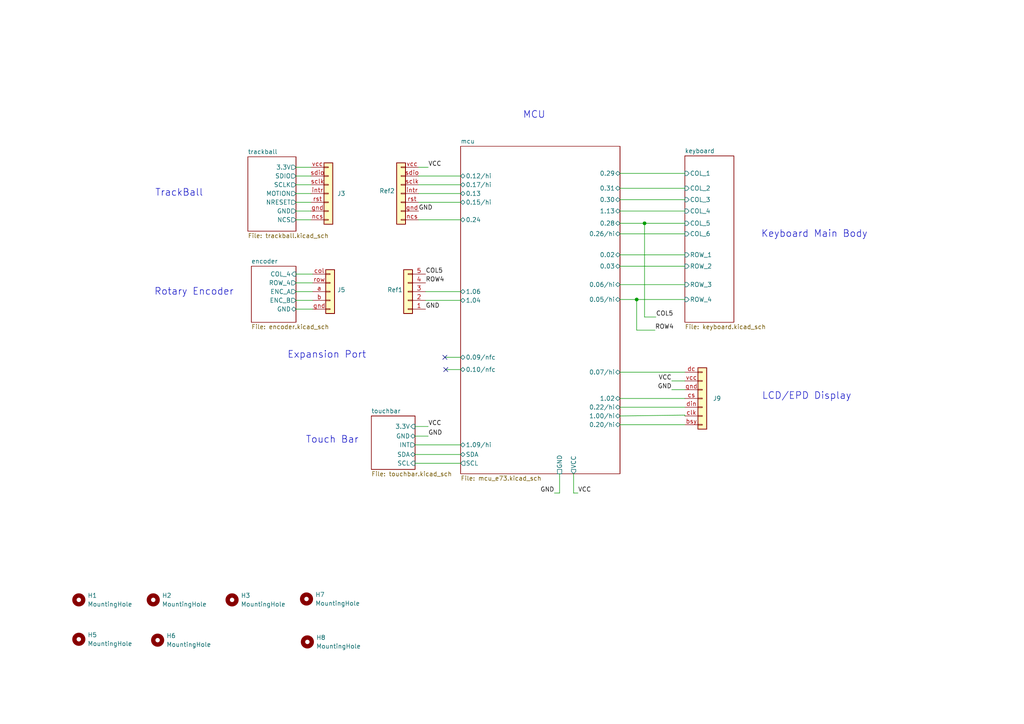
<source format=kicad_sch>
(kicad_sch (version 20211123) (generator eeschema)
  (paper "A4")
  (lib_symbols
    (symbol "Conn_01x05_1" (pin_names (offset 1.016) hide)
      (property "Reference" "J5" (at -1.016 3.302 0))
      (symbol "Conn_01x05_1_1_1"
        (rectangle (start -1.27 -4.953) (end 0 -5.207) (stroke (width 0.1524)))
        (rectangle (start -1.27 -2.413) (end 0 -2.667) (stroke (width 0.1524)))
        (rectangle (start -1.27 0.127) (end 0 -0.127) (stroke (width 0.1524)))
        (rectangle (start -1.27 2.667) (end 0 2.413) (stroke (width 0.1524)))
        (rectangle (start -1.27 5.207) (end 0 4.953) (stroke (width 0.1524)))
        (rectangle (start -1.27 6.35) (end 1.27 -6.35) (stroke (width 0.254)) (fill (type background)))
        (pin passive line (at -5.08 0 0) (length 3.81) (name "a") (number "a"))
        (pin passive line (at -5.08 -2.54 0) (length 3.81) (name "b") (number "b"))
        (pin passive line (at -5.08 5.08 0) (length 3.81) (name "col") (number "col"))
        (pin passive line (at -5.08 -5.08 0) (length 3.81) (name "gnd") (number "gnd"))
        (pin passive line (at -5.08 2.54 0) (length 3.81) (name "row") (number "row"))
      )
    )
    (symbol "Conn_01x07_1" (pin_names (offset 1.016) hide)
      (property "Reference" "J3" (at 2.54 1.2701 0))
      (property "Value" "Conn_01x07" (at 2.54 -1.2699 0))
      (symbol "Conn_01x07_1_1_1"
        (rectangle (start -1.27 -7.493) (end 0 -7.747) (stroke (width 0.1524)))
        (rectangle (start -1.27 -4.953) (end 0 -5.207) (stroke (width 0.1524)))
        (rectangle (start -1.27 -2.413) (end 0 -2.667) (stroke (width 0.1524)))
        (rectangle (start -1.27 0.127) (end 0 -0.127) (stroke (width 0.1524)))
        (rectangle (start -1.27 2.667) (end 0 2.413) (stroke (width 0.1524)))
        (rectangle (start -1.27 5.207) (end 0 4.953) (stroke (width 0.1524)))
        (rectangle (start -1.27 7.747) (end 0 7.493) (stroke (width 0.1524)))
        (rectangle (start -1.27 8.89) (end 1.27 -8.89) (stroke (width 0.254)) (fill (type background)))
        (pin passive line (at -5.08 -5.08 0) (length 3.81) (name "gnd") (number "gnd"))
        (pin passive line (at -5.08 0 0) (length 3.81) (name "motion") (number "intr"))
        (pin passive line (at -5.08 -7.62 0) (length 3.81) (name "ncs") (number "ncs"))
        (pin passive line (at -5.08 -2.54 0) (length 3.81) (name "rst") (number "rst"))
        (pin passive line (at -5.08 2.54 0) (length 3.81) (name "sclk") (number "sclk"))
        (pin passive line (at -5.08 5.08 0) (length 3.81) (name "sdio") (number "sdio"))
        (pin passive line (at -5.08 7.62 0) (length 3.81) (name "vcc") (number "vcc"))
      )
    )
    (symbol "Conn_01x07_2" (pin_names (offset 1.016) hide)
      (property "Reference" "Ref2" (at -2.54 13.97 0))
      (symbol "Conn_01x07_2_1_1"
        (rectangle (start -1.27 -7.493) (end 0 -7.747) (stroke (width 0.1524)))
        (rectangle (start -1.27 -4.953) (end 0 -5.207) (stroke (width 0.1524)))
        (rectangle (start -1.27 -2.413) (end 0 -2.667) (stroke (width 0.1524)))
        (rectangle (start -1.27 0.127) (end 0 -0.127) (stroke (width 0.1524)))
        (rectangle (start -1.27 2.667) (end 0 2.413) (stroke (width 0.1524)))
        (rectangle (start -1.27 5.207) (end 0 4.953) (stroke (width 0.1524)))
        (rectangle (start -1.27 7.747) (end 0 7.493) (stroke (width 0.1524)))
        (rectangle (start -1.27 8.89) (end 1.27 -8.89) (stroke (width 0.254)) (fill (type background)))
        (pin passive line (at -5.08 5.08 0) (length 3.81) (name "gnd") (number "gnd"))
        (pin passive line (at -5.08 0 0) (length 3.81) (name "motion") (number "intr"))
        (pin passive line (at -5.08 7.62 0) (length 3.81) (name "ncs") (number "ncs"))
        (pin passive line (at -5.08 2.54 0) (length 3.81) (name "rst") (number "rst"))
        (pin passive line (at -5.08 -2.54 0) (length 3.81) (name "sclk") (number "sclk"))
        (pin passive line (at -5.08 -5.08 0) (length 3.81) (name "sdio") (number "sdio"))
        (pin passive line (at -5.08 -7.62 0) (length 3.81) (name "vcc") (number "vcc"))
      )
    )
    (symbol "Connector_Generic:Conn_01x05" (pin_names (offset 1.016) hide)
      (property "Reference" "J" (at 0 7.62 0))
      (property "Value" "Conn_01x05" (at 0 -7.62 0))
      (symbol "Conn_01x05_1_1"
        (rectangle (start -1.27 -4.953) (end 0 -5.207) (stroke (width 0.1524)))
        (rectangle (start -1.27 -2.413) (end 0 -2.667) (stroke (width 0.1524)))
        (rectangle (start -1.27 0.127) (end 0 -0.127) (stroke (width 0.1524)))
        (rectangle (start -1.27 2.667) (end 0 2.413) (stroke (width 0.1524)))
        (rectangle (start -1.27 5.207) (end 0 4.953) (stroke (width 0.1524)))
        (rectangle (start -1.27 6.35) (end 1.27 -6.35) (stroke (width 0.254)) (fill (type background)))
        (pin passive line (at -5.08 5.08 0) (length 3.81) (name "Pin_1") (number "1"))
        (pin passive line (at -5.08 2.54 0) (length 3.81) (name "Pin_2") (number "2"))
        (pin passive line (at -5.08 0 0) (length 3.81) (name "Pin_3") (number "3"))
        (pin passive line (at -5.08 -2.54 0) (length 3.81) (name "Pin_4") (number "4"))
        (pin passive line (at -5.08 -5.08 0) (length 3.81) (name "Pin_5") (number "5"))
      )
    )
    (symbol "Mechanical:MountingHole" (pin_names (offset 1.016))
      (property "Reference" "H" (at 0 5.08 0))
      (property "Value" "MountingHole" (at 0 3.175 0))
      (symbol "MountingHole_0_1"
        (circle (center 0 0) (radius 1.27) (stroke (width 1.27)))
      )
    )
    (symbol "mysymbol:Conn_LCD" (pin_names (offset 1.016) hide)
      (property "Reference" "J" (at 0 10.16 0))
      (property "Value" "Conn_LCD" (at 0 -10.16 0))
      (symbol "Conn_LCD_1_1"
        (rectangle (start -1.27 -7.493) (end 0 -7.747) (stroke (width 0.1524)))
        (rectangle (start -1.27 -4.953) (end 0 -5.207) (stroke (width 0.1524)))
        (rectangle (start -1.27 -2.413) (end 0 -2.667) (stroke (width 0.1524)))
        (rectangle (start -1.27 0.127) (end 0 -0.127) (stroke (width 0.1524)))
        (rectangle (start -1.27 2.667) (end 0 2.413) (stroke (width 0.1524)))
        (rectangle (start -1.27 5.207) (end 0 4.953) (stroke (width 0.1524)))
        (rectangle (start -1.27 7.747) (end 0 7.493) (stroke (width 0.1524)))
        (rectangle (start -1.27 8.89) (end 1.27 -8.89) (stroke (width 0.254)) (fill (type background)))
        (pin passive line (at -5.08 -7.62 0) (length 3.81) (name "bsy") (number "bsy"))
        (pin passive line (at -5.08 -5.08 0) (length 3.81) (name "clk") (number "clk"))
        (pin passive line (at -5.08 0 0) (length 3.81) (name "cs") (number "cs"))
        (pin passive line (at -5.08 7.62 0) (length 3.81) (name "dc") (number "dc"))
        (pin passive line (at -5.08 -2.54 0) (length 3.81) (name "din") (number "din"))
        (pin passive line (at -5.08 2.54 0) (length 3.81) (name "gnd") (number "gnd"))
        (pin passive line (at -5.08 5.08 0) (length 3.81) (name "vcc") (number "vcc"))
      )
    )
  )
  (junction (at 184.658 86.868))
  (junction (at 186.944 64.77))
  (no_connect (at 129.032 103.632))
  (no_connect (at 129.286 107.188))
  (wire (pts (xy 194.818 113.03) (xy 198.628 113.03)))
  (wire (pts (xy 85.852 82.042) (xy 90.678 82.042)))
  (wire (pts (xy 194.818 110.49) (xy 198.628 110.49)))
  (wire (pts (xy 179.832 115.57) (xy 198.628 115.57)))
  (wire (pts (xy 179.832 64.77) (xy 186.944 64.77)))
  (wire (pts (xy 179.832 82.55) (xy 198.628 82.55)))
  (wire (pts (xy 179.832 50.292) (xy 198.628 50.292)))
  (wire (pts (xy 120.396 131.826) (xy 133.604 131.826)))
  (wire (pts (xy 121.412 53.594) (xy 133.604 53.594)))
  (wire (pts (xy 198.628 120.396) (xy 198.628 120.65)))
  (wire (pts (xy 85.852 56.134) (xy 90.17 56.134)))
  (wire (pts (xy 120.396 129.032) (xy 133.604 129.032)))
  (wire (pts (xy 179.832 120.65) (xy 198.628 120.396)))
  (wire (pts (xy 121.412 48.514) (xy 124.206 48.514)))
  (wire (pts (xy 85.852 84.582) (xy 90.678 84.582)))
  (wire (pts (xy 85.852 79.502) (xy 90.678 79.502)))
  (wire (pts (xy 85.852 89.662) (xy 90.678 89.662)))
  (wire (pts (xy 162.306 143.002) (xy 160.782 143.002)))
  (wire (pts (xy 179.832 123.19) (xy 198.628 123.19)))
  (wire (pts (xy 120.396 126.492) (xy 124.206 126.492)))
  (wire (pts (xy 162.306 137.414) (xy 162.306 143.002)))
  (wire (pts (xy 120.396 134.366) (xy 133.604 134.366)))
  (wire (pts (xy 189.992 95.758) (xy 184.658 95.758)))
  (wire (pts (xy 121.412 56.134) (xy 133.604 56.134)))
  (wire (pts (xy 198.628 118.11) (xy 179.832 118.11)))
  (wire (pts (xy 166.37 143.002) (xy 167.64 143.002)))
  (wire (pts (xy 85.852 58.674) (xy 90.17 58.674)))
  (wire (pts (xy 85.852 61.214) (xy 90.17 61.214)))
  (wire (pts (xy 184.658 95.758) (xy 184.658 86.868)))
  (wire (pts (xy 85.852 48.514) (xy 90.17 48.514)))
  (wire (pts (xy 85.852 63.754) (xy 90.17 63.754)))
  (wire (pts (xy 186.944 91.948) (xy 186.944 64.77)))
  (wire (pts (xy 121.412 51.054) (xy 133.604 51.054)))
  (wire (pts (xy 179.832 107.95) (xy 198.628 107.95)))
  (wire (pts (xy 179.832 57.912) (xy 198.628 57.912)))
  (wire (pts (xy 123.444 87.122) (xy 133.604 87.122)))
  (wire (pts (xy 129.286 107.188) (xy 133.604 107.188)))
  (wire (pts (xy 179.832 54.61) (xy 198.628 54.61)))
  (wire (pts (xy 123.444 84.582) (xy 133.604 84.582)))
  (wire (pts (xy 121.412 58.674) (xy 133.604 58.674)))
  (wire (pts (xy 186.944 64.77) (xy 198.628 64.77)))
  (wire (pts (xy 85.852 53.594) (xy 90.17 53.594)))
  (wire (pts (xy 179.832 77.216) (xy 198.628 77.216)))
  (wire (pts (xy 179.832 67.818) (xy 198.628 67.818)))
  (wire (pts (xy 184.658 86.868) (xy 198.628 86.868)))
  (wire (pts (xy 129.032 103.632) (xy 133.604 103.632)))
  (wire (pts (xy 120.396 123.698) (xy 124.206 123.698)))
  (wire (pts (xy 179.832 61.214) (xy 198.628 61.214)))
  (wire (pts (xy 179.832 86.868) (xy 184.658 86.868)))
  (wire (pts (xy 190.246 91.948) (xy 186.944 91.948)))
  (wire (pts (xy 85.852 87.122) (xy 90.678 87.122)))
  (wire (pts (xy 121.412 63.754) (xy 133.604 63.754)))
  (wire (pts (xy 179.832 73.914) (xy 198.628 73.914)))
  (wire (pts (xy 166.37 137.414) (xy 166.37 143.002)))
  (wire (pts (xy 85.852 51.054) (xy 90.17 51.054)))
  (text "Touch Bar" (at 88.646 128.778 0) (effects (font (size 2 2)) (justify left bottom)))
  (text "Rotary Encoder" (at 44.704 85.852 0) (effects (font (size 2 2)) (justify left bottom)))
  (text "LCD/EPD Display" (at 220.98 116.078 0) (effects (font (size 2 2)) (justify left bottom)))
  (text "Keyboard Main Body" (at 220.726 69.088 0) (effects (font (size 2 2)) (justify left bottom)))
  (text "Expansion Port" (at 83.312 104.14 0) (effects (font (size 2 2)) (justify left bottom)))
  (text "TrackBall" (at 44.958 57.15 0) (effects (font (size 2 2)) (justify left bottom)))
  (text "MCU" (at 151.638 34.544 0) (effects (font (size 2 2)) (justify left bottom)))
  (label "VCC" (at 167.64 143.002 0))
  (label "GND" (at 194.818 113.03 180))
  (label "VCC" (at 124.206 123.698 0))
  (label "GND" (at 123.444 89.662 0))
  (label "ROW4" (at 189.992 95.758 0))
  (label "ROW4" (at 123.444 82.042 0))
  (label "GND" (at 160.782 143.002 180))
  (label "GND" (at 121.412 61.214 0))
  (label "GND" (at 124.206 126.492 0))
  (label "VCC" (at 124.206 48.514 0))
  (label "COL5" (at 123.444 79.502 0))
  (label "COL5" (at 190.246 91.948 0))
  (label "VCC" (at 194.818 110.49 180))
  (symbol (lib_name "Conn_01x07_2") (lib_id "Connector_Generic:Conn_01x07") (at 116.332 56.134 180) (unit 1) (in_bom no)
    (property "Reference" "Ref2" (at 112.268 55.372 0))
    (property "Value" "Conn_1x07" (effects hide))
    (property "Footprint" "mylib:PMW3610-Ref" (effects hide))
  )
  (symbol (lib_id "Mechanical:MountingHole") (at 22.86 173.99 0) (unit 1) (in_bom no)
    (property "Reference" "H1" (at 25.4 172.7199 0) (effects (justify left)))
    (property "Value" "MountingHole" (at 25.4 175.2599 0) (effects (justify left)))
    (property "Footprint" "MountingHole:MountingHole_3.2mm_M3_DIN965" (effects hide))
  )
  (symbol (lib_id "Mechanical:MountingHole") (at 45.72 185.674 0) (unit 1) (in_bom no)
    (property "Reference" "H6" (at 48.26 184.4039 0) (effects (justify left)))
    (property "Value" "MountingHole" (at 48.26 186.9439 0) (effects (justify left)))
    (property "Footprint" "MountingHole:MountingHole_3.2mm_M3_DIN965" (effects hide))
  )
  (symbol (lib_id "Mechanical:MountingHole") (at 88.9 173.736 0) (unit 1) (in_bom no)
    (property "Reference" "H7" (at 91.44 172.4659 0) (effects (justify left)))
    (property "Value" "MountingHole" (at 91.44 175.0059 0) (effects (justify left)))
    (property "Footprint" "MountingHole:MountingHole_3.2mm_M3_DIN965" (effects hide))
  )
  (symbol (lib_id "mysymbol:Conn_LCD") (at 203.708 115.57 0) (unit 1)
    (property "Reference" "J9" (at 206.756 115.5699 0) (effects (justify left)))
    (property "Value" "Conn_Display_general" (effects hide))
    (property "Footprint" "mylib:Conn_Display_MountHole" (effects hide))
  )
  (symbol (lib_id "Connector_Generic:Conn_01x05") (at 118.364 84.582 180) (unit 1)
    (property "Reference" "Ref1" (at 114.554 84.074 0))
    (property "Value" "Conn_01x05" (effects hide))
    (property "Footprint" "mylib:Panasonic_EVQWGD001_Ref" (effects hide))
  )
  (symbol (lib_id "Mechanical:MountingHole") (at 89.154 186.182 0) (unit 1) (in_bom no)
    (property "Reference" "H8" (at 91.694 184.9119 0) (effects (justify left)))
    (property "Value" "MountingHole" (at 91.694 187.4519 0) (effects (justify left)))
    (property "Footprint" "MountingHole:MountingHole_2mm" (effects hide))
  )
  (symbol (lib_name "Conn_01x05_1") (lib_id "Connector_Generic:Conn_01x05") (at 95.758 84.582 0) (unit 1) (in_bom no)
    (property "Reference" "J5" (at 97.79 84.074 0) (effects (justify left)))
    (property "Value" "Conn_01x05" (effects hide))
    (property "Footprint" "mylib:Panasonic_EVQWGD001_Ref_Male" (effects hide))
  )
  (symbol (lib_id "Mechanical:MountingHole") (at 22.86 185.42 0) (unit 1) (in_bom no)
    (property "Reference" "H5" (at 25.4 184.1499 0) (effects (justify left)))
    (property "Value" "MountingHole" (at 25.4 186.6899 0) (effects (justify left)))
    (property "Footprint" "MountingHole:MountingHole_3.2mm_M3_DIN965" (effects hide))
  )
  (symbol (lib_id "Mechanical:MountingHole") (at 44.45 173.99 0) (unit 1) (in_bom no)
    (property "Reference" "H2" (at 46.99 172.7199 0) (effects (justify left)))
    (property "Value" "MountingHole" (at 46.99 175.2599 0) (effects (justify left)))
    (property "Footprint" "MountingHole:MountingHole_3.2mm_M3_DIN965" (effects hide))
  )
  (symbol (lib_id "Mechanical:MountingHole") (at 67.31 173.99 0) (unit 1) (in_bom no)
    (property "Reference" "H3" (at 69.85 172.7199 0) (effects (justify left)))
    (property "Value" "MountingHole" (at 69.85 175.2599 0) (effects (justify left)))
    (property "Footprint" "MountingHole:MountingHole_3.2mm_M3_DIN965" (effects hide))
  )
  (symbol (lib_name "Conn_01x07_1") (lib_id "Connector_Generic:Conn_01x07") (at 95.25 56.134 0) (unit 1) (in_bom no)
    (property "Reference" "J3" (at 97.79 56.1339 0) (effects (justify left)))
    (property "Value" "Conn_01x07" (effects hide))
    (property "Footprint" "mylib:PMW3610-Ref-Male" (effects hide))
  )
  (sheet (at 71.882 45.466) (size 13.97 21.59) (stroke (width 0.1524))
    (property "Sheet name" "trackball" (at 71.882 44.7544 0) (effects (justify left bottom)))
    (property "Sheet file" "trackball.kicad_sch" (at 71.882 67.6406 0) (effects (justify left top)))
    (pin "NCS" output (at 85.852 63.754 0))
    (pin "3.3V" output (at 85.852 48.514 0))
    (pin "GND" output (at 85.852 61.214 0))
    (pin "NRESET" output (at 85.852 58.674 0))
    (pin "SDIO" output (at 85.852 51.054 0))
    (pin "SCLK" output (at 85.852 53.594 0))
    (pin "MOTION" output (at 85.852 56.134 0))
  )
  (sheet (at 107.696 120.65) (size 12.7 15.494) (stroke (width 0.1524))
    (property "Sheet name" "touchbar" (at 107.696 119.9384 0) (effects (justify left bottom)))
    (property "Sheet file" "touchbar.kicad_sch" (at 107.696 136.7286 0) (effects (justify left top)))
    (pin "GND" bidirectional (at 120.396 126.492 0))
    (pin "INT" output (at 120.396 129.032 0))
    (pin "SDA" bidirectional (at 120.396 131.826 0))
    (pin "SCL" input (at 120.396 134.366 0))
    (pin "3.3V" input (at 120.396 123.698 0))
  )
  (sheet (at 198.628 45.212) (size 14.224 48.26) (stroke (width 0.1524))
    (property "Sheet name" "keyboard" (at 198.628 44.5004 0) (effects (justify left bottom)))
    (property "Sheet file" "keyboard.kicad_sch" (at 198.628 94.0566 0) (effects (justify left top)))
    (pin "COL_4" input (at 198.628 61.214 180))
    (pin "COL_1" input (at 198.628 50.292 180))
    (pin "COL_2" input (at 198.628 54.61 180))
    (pin "COL_3" input (at 198.628 57.912 180))
    (pin "COL_5" input (at 198.628 64.77 180))
    (pin "ROW_1" input (at 198.628 73.914 180))
    (pin "ROW_4" input (at 198.628 86.868 180))
    (pin "ROW_2" input (at 198.628 77.216 180))
    (pin "ROW_3" input (at 198.628 82.55 180))
    (pin "COL_6" input (at 198.628 67.818 180))
  )
  (sheet (at 133.604 42.418) (size 46.228 94.996) (stroke (width 0.1524))
    (property "Sheet name" "mcu" (at 133.604 41.7064 0) (effects (justify left bottom)))
    (property "Sheet file" "mcu_e73.kicad_sch" (at 133.604 137.9986 0) (effects (justify left top)))
    (pin "VCC" output (at 166.37 137.414 270))
    (pin "GND" passive (at 162.306 137.414 270))
    (pin "0.26{slash}hi" bidirectional (at 179.832 67.818 0))
    (pin "0.06{slash}hi" bidirectional (at 179.832 82.55 0))
    (pin "0.30" bidirectional (at 179.832 57.912 0))
    (pin "0.31" bidirectional (at 179.832 54.61 0))
    (pin "0.17{slash}hi" bidirectional (at 133.604 53.594 180))
    (pin "0.12{slash}hi" bidirectional (at 133.604 51.054 180))
    (pin "1.09{slash}hi" bidirectional (at 133.604 129.032 180))
    (pin "0.05{slash}hi" bidirectional (at 179.832 86.868 0))
    (pin "0.22{slash}hi" bidirectional (at 179.832 118.11 0))
    (pin "0.20{slash}hi" bidirectional (at 179.832 123.19 0))
    (pin "1.06" bidirectional (at 133.604 84.582 180))
    (pin "1.00{slash}hi" bidirectional (at 179.832 120.65 0))
    (pin "0.07{slash}hi" bidirectional (at 179.832 107.95 0))
    (pin "0.03" bidirectional (at 179.832 77.216 0))
    (pin "0.28" bidirectional (at 179.832 64.77 0))
    (pin "1.13" bidirectional (at 179.832 61.214 0))
    (pin "0.02" bidirectional (at 179.832 73.914 0))
    (pin "0.29" bidirectional (at 179.832 50.292 0))
    (pin "1.02" bidirectional (at 179.832 115.57 0))
    (pin "1.04" bidirectional (at 133.604 87.122 180))
    (pin "0.09{slash}nfc" bidirectional (at 133.604 103.632 180))
    (pin "0.10{slash}nfc" bidirectional (at 133.604 107.188 180))
    (pin "0.24" bidirectional (at 133.604 63.754 180))
    (pin "0.13" bidirectional (at 133.604 56.134 180))
    (pin "SCL" output (at 133.604 134.366 180))
    (pin "SDA" bidirectional (at 133.604 131.826 180))
    (pin "0.15{slash}hi" bidirectional (at 133.604 58.674 180))
  )
  (sheet (at 72.898 77.216) (size 12.954 16.256) (stroke (width 0.1524))
    (property "Sheet name" "encoder" (at 72.898 76.5044 0) (effects (justify left bottom)))
    (property "Sheet file" "encoder.kicad_sch" (at 72.898 94.0566 0) (effects (justify left top)))
    (pin "ROW_4" output (at 85.852 82.042 0))
    (pin "GND" bidirectional (at 85.852 89.662 0))
    (pin "ENC_A" output (at 85.852 84.582 0))
    (pin "ENC_B" output (at 85.852 87.122 0))
    (pin "COL_4" input (at 85.852 79.502 0))
  )
)
</source>
